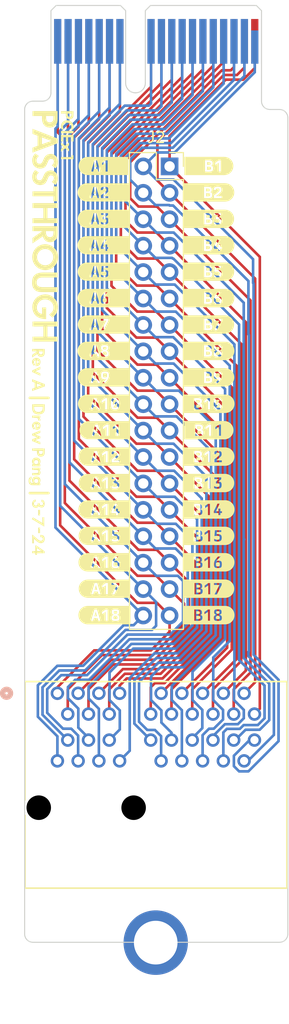
<source format=kicad_pcb>
(kicad_pcb (version 20221018) (generator pcbnew)
  (layers (0 "F.Cu" signal) (31 "B.Cu" signal) (34 "B.Paste" user) (35 "F.Paste" user) (36 "B.SilkS" user "B.Silkscreen") (37 "F.SilkS" user "F.Silkscreen") (38 "B.Mask" user) (39 "F.Mask" user) (44 "Edge.Cuts" user))
  (net 0 "")
  (net 1 "/a1")
  (net 2 "/a2")
  (net 3 "/a3")
  (net 4 "/a4")
  (net 5 "/a5")
  (net 6 "/a6")
  (net 7 "/a7")
  (net 8 "/a8")
  (net 9 "/a9")
  (net 10 "/a10")
  (net 11 "/a11")
  (net 12 "/a12")
  (net 13 "/a13")
  (net 14 "/a14")
  (net 15 "/a15")
  (net 16 "/a16")
  (net 17 "/a17")
  (net 18 "/a18")
  (net 19 "/b1")
  (net 20 "/b2")
  (net 21 "/b3")
  (net 22 "/b4")
  (net 23 "/b5")
  (net 24 "/b6")
  (net 25 "/b7")
  (net 26 "/b8")
  (net 27 "/b9")
  (net 28 "/b10")
  (net 29 "/b11")
  (net 30 "/b12")
  (net 31 "/b13")
  (net 32 "/b14")
  (net 33 "/b15")
  (net 34 "/b16")
  (net 35 "/b17")
  (net 36 "/b18")
  (footprint "kibuzzard-65E95D19" (layer "F.Cu") (at 149.665608 85.42561)
    (fp_text reference "kibuzzard-65E95D19" hide)
    (fp_text value "G***" hide)
  )
  (footprint "kibuzzard-65E963A3" (layer "F.Cu") (at 159.775608 67.645612)
    (fp_text reference "kibuzzard-65E963A3" hide)
    (fp_text value "G***" hide)
  )
  (footprint "kibuzzard-65E96303" (layer "F.Cu") (at 159.775607 90.50561)
    (fp_text reference "kibuzzard-65E96303" hide)
    (fp_text value "G***" hide)
  )
  (footprint "kibuzzard-65E95E93" (layer "F.Cu") (at 149.705607 90.505612)
    (fp_text reference "kibuzzard-65E95E93" hide)
    (fp_text value "G***" hide)
  )
  (footprint "kibuzzard-65E96314" (layer "F.Cu") (at 159.775608 98.125612)
    (fp_text reference "kibuzzard-65E96314" hide)
    (fp_text value "G***" hide)
  )
  (footprint "kibuzzard-65E95DF8" (layer "F.Cu") (at 149.605607 67.645612)
    (fp_text reference "kibuzzard-65E95DF8" hide)
    (fp_text value "G***" hide)
  )
  (footprint "kibuzzard-65E960EE" (layer "F.Cu") (at 146.114583 59.794165 -90)
    (fp_text reference "kibuzzard-65E960EE" hide)
    (fp_text value "G***" hide)
  )
  (footprint "kibuzzard-65E95DA8" (layer "F.Cu") (at 149.635608 82.885612)
    (fp_text reference "kibuzzard-65E95DA8" hide)
    (fp_text value "G***" hide)
  )
  (footprint "kibuzzard-65E95DEF" (layer "F.Cu") (at 149.605608 72.725612)
    (fp_text reference "kibuzzard-65E95DEF" hide)
    (fp_text value "G***" hide)
  )
  (footprint "kibuzzard-65E95F03" (layer "F.Cu") (at 143.985609 68.365613 -90)
    (fp_text reference "kibuzzard-65E95F03" hide)
    (fp_text value "G***" hide)
  )
  (footprint "kibuzzard-65E96100" (layer "F.Cu") (at 143.166979 90.052868 -90)
    (fp_text reference "kibuzzard-65E96100" hide)
    (fp_text value "G***" hide)
  )
  (footprint "kibuzzard-65E95DFB" (layer "F.Cu") (at 149.605607 65.10561)
    (fp_text reference "kibuzzard-65E95DFB" hide)
    (fp_text value "G***" hide)
  )
  (footprint "kibuzzard-65E95E97" (layer "F.Cu") (at 149.705609 93.045612)
    (fp_text reference "kibuzzard-65E95E97" hide)
    (fp_text value "G***" hide)
  )
  (footprint "kibuzzard-65E9636C" (layer "F.Cu") (at 159.775609 82.885612)
    (fp_text reference "kibuzzard-65E9636C" hide)
    (fp_text value "G***" hide)
  )
  (footprint "kibuzzard-65E96318" (layer "F.Cu") (at 159.775608 100.665612)
    (fp_text reference "kibuzzard-65E96318" hide)
    (fp_text value "G***" hide)
  )
  (footprint "kibuzzard-65E962FB" (layer "F.Cu") (at 159.775607 85.425612)
    (fp_text reference "kibuzzard-65E962FB" hide)
    (fp_text value "G***" hide)
  )
  (footprint "kibuzzard-65E95DDF" (layer "F.Cu") (at 149.605608 80.345611)
    (fp_text reference "kibuzzard-65E95DDF" hide)
    (fp_text value "G***" hide)
  )
  (footprint "kibuzzard-65E96396" (layer "F.Cu") (at 159.775608 75.265612)
    (fp_text reference "kibuzzard-65E96396" hide)
    (fp_text value "G***" hide)
  )
  (footprint "kibuzzard-65E95EAD" (layer "F.Cu") (at 149.70561 105.745613)
    (fp_text reference "kibuzzard-65E95EAD" hide)
    (fp_text value "G***" hide)
  )
  (footprint "kibuzzard-65E9638D" (layer "F.Cu") (at 159.775608 77.805612)
    (fp_text reference "kibuzzard-65E9638D" hide)
    (fp_text value "G***" hide)
  )
  (footprint "kibuzzard-65E96383" (layer "F.Cu") (at 159.775607 80.345611)
    (fp_text reference "kibuzzard-65E96383" hide)
    (fp_text value "G***" hide)
  )
  (footprint "kibuzzard-65E95DE4" (layer "F.Cu") (at 149.605607 77.805611)
    (fp_text reference "kibuzzard-65E95DE4" hide)
    (fp_text value "G***" hide)
  )
  (footprint "kibuzzard-65E95E9E" (layer "F.Cu") (at 149.705608 98.125612)
    (fp_text reference "kibuzzard-65E95E9E" hide)
    (fp_text value "G***" hide)
  )
  (footprint "kibuzzard-65E95DEB" (layer "F.Cu") (at 149.605606 75.265611)
    (fp_text reference "kibuzzard-65E95DEB" hide)
    (fp_text value "G***" hide)
  )
  (footprint "kibuzzard-65E963A9" (layer "F.Cu") (at 159.775608 65.105612)
    (fp_text reference "kibuzzard-65E963A9" hide)
    (fp_text value "G***" hide)
  )
  (footprint "kibuzzard-65E9630A" (layer "F.Cu") (at 159.775609 93.045612)
    (fp_text reference "kibuzzard-65E9630A" hide)
    (fp_text value "G***" hide)
  )
  (footprint "kibuzzard-65E95EA2" (layer "F.Cu") (at 149.705608 100.665612)
    (fp_text reference "kibuzzard-65E95EA2" hide)
    (fp_text value "G***" hide)
  )
  (footprint "Connector_PCBEdge:BUS_PCIexpress_x1" (layer "F.Cu") (at 164.19811 50.582112 180)
    (fp_text reference "J3" hide)
    (fp_text value "pcie_x1_connector")
    (fp_line (start -0.65 -4.95) (end -0.65 2.95) (stroke (width 0.1)) (layer "Edge.Cuts"))
    (fp_line (start -0.65 2.95) (end -0.15 3.45) (stroke (width 0.1)) (layer "Edge.Cuts"))
    (fp_line (start -0.15 3.45) (end 10.05 3.45) (stroke (width 0.1)) (layer "Edge.Cuts"))
    (fp_line (start 10.55 -4) (end 10.55 2.95) (stroke (width 0.1)) (layer "Edge.Cuts"))
    (fp_line (start 10.55 2.95) (end 10.05 3.45) (stroke (width 0.1)) (layer "Edge.Cuts"))
    (fp_line (start 12.45 -4) (end 12.45 2.95) (stroke (width 0.1)) (layer "Edge.Cuts"))
    (fp_line (start 12.45 2.95) (end 12.95 3.45) (stroke (width 0.1)) (layer "Edge.Cuts"))
    (fp_line (start 12.95 3.45) (end 19.15 3.45) (stroke (width 0.1)) (layer "Edge.Cuts"))
    (fp_line (start 19.65 -4.95) (end 19.65 2.95) (stroke (width 0.1)) (layer "Edge.Cuts"))
    (fp_line (start 19.65 2.95) (end 19.15 3.45) (stroke (width 0.1)) (layer "Edge.Cuts"))
    (fp_arc (start 10.55 -4) (mid 11.5 -4.95) (end 12.45 -4) (stroke (width 0.1)) (layer "Edge.Cuts"))
  )
  (footprint "kibuzzard-65E96322" (layer "F.Cu") (at 159.775607 103.205611)
    (fp_text reference "kibuzzard-65E96322" hide)
    (fp_text value "G***" hide)
  )
  (footprint "kibuzzard-65E96310" (layer "F.Cu") (at 159.77561 95.585612)
    (fp_text reference "kibuzzard-65E96310" hide)
    (fp_text value "G***" hide)
  )
  (footprint "kibuzzard-65E95DF3" (layer "F.Cu") (at 149.605608 70.185611)
    (fp_text reference "kibuzzard-65E95DF3" hide)
    (fp_text value "G***" hide)
  )
  (footprint "kibuzzard-65E95E9B" (layer "F.Cu") (at 149.70561 95.585612)
    (fp_text reference "kibuzzard-65E95E9B" hide)
    (fp_text value "G***" hide)
  )
  (footprint "kibuzzard-65E9639F" (layer "F.Cu") (at 159.775609 70.185612)
    (fp_text reference "kibuzzard-65E9639F" hide)
    (fp_text value "G***" hide)
  )
  (footprint "kibuzzard-65E95EA8" (layer "F.Cu") (at 149.705607 103.205611)
    (fp_text reference "kibuzzard-65E95EA8" hide)
    (fp_text value "G***" hide)
  )
  (footprint "kibuzzard-65E9633C" (layer "F.Cu") (at 159.77561 105.745613)
    (fp_text reference "kibuzzard-65E9633C" hide)
    (fp_text value "G***" hide)
  )
  (footprint "kibuzzard-65E962FE" (layer "F.Cu") (at 159.775608 87.965612)
    (fp_text reference "kibuzzard-65E962FE" hide)
    (fp_text value "G***" hide)
  )
  (footprint "Connector_PinSocket_2.54mm:PinSocket_2x18_P2.54mm_Vertical" (layer "F.Cu") (at 155.985608 62.605611)
    (fp_text reference "J2")
    (fp_text value "Conn_02x18_Top_Bottom")
  )
  (footprint "footprints:pcie_x1_socket" (layer "F.Cu") (at 145.168907 113.25911)
    (fp_text reference "J1" hide)
    (fp_text value "pcie_x1_connector")
  )
  (footprint "footprints:M.2_ScrewMount" (layer "F.Cu") (at 154.648108 137.232112 180)
    (fp_text reference "REF**" hide)
    (fp_text value "M.2_ScrewMount")
  )
  (footprint "kibuzzard-65E9639B" (layer "F.Cu") (at 159.77561 72.725612)
    (fp_text reference "kibuzzard-65E9639B" hide)
    (fp_text value "G***" hide)
  )
  (footprint "kibuzzard-65E963AE" (layer "F.Cu") (at 159.775607 62.565612)
    (fp_text reference "kibuzzard-65E963AE" hide)
    (fp_text value "G***" hide)
  )
  (footprint "kibuzzard-65E95E04" (layer "F.Cu") (at 149.605607 62.56561)
    (fp_text reference "kibuzzard-65E95E04" hide)
    (fp_text value "G***" hide)
  )
  (footprint "kibuzzard-65E95E8F" (layer "F.Cu") (at 149.705608 87.965612)
    (fp_text reference "kibuzzard-65E95E8F" hide)
    (fp_text value "G***" hide)
  )
  (gr_arc (start 142.010608 57.13211) (mid 142.244924 56.566426) (end 142.810609 56.332112) (stroke (width 0.1)) (layer "Edge.Cuts"))
  (gr_line (start 164.848108 56.332112) (end 164.84811 55.532112) (stroke (width 0.1)) (layer "Edge.Cuts"))
  (gr_line (start 167.385608 57.932111) (end 167.385609 135.399112) (stroke (width 0.1)) (layer "Edge.Cuts"))
  (gr_arc (start 144.548108 55.532112) (mid 144.313793 56.097798) (end 143.748108 56.332112) (stroke (width 0.1)) (layer "Edge.Cuts"))
  (gr_line (start 165.648107 57.132112) (end 166.58561 57.132113) (stroke (width 0.1)) (layer "Edge.Cuts"))
  (gr_line (start 167.385607 136.39911) (end 167.385609 135.399112) (stroke (width 0.1)) (layer "Edge.Cuts"))
  (gr_arc (start 167.385607 136.39911) (mid 167.151293 136.964797) (end 166.585607 137.199112) (stroke (width 0.1)) (layer "Edge.Cuts"))
  (gr_line (start 142.010607 135.399113) (end 142.010608 57.13211) (stroke (width 0.1)) (layer "Edge.Cuts"))
  (gr_arc (start 165.648107 57.132112) (mid 165.082421 56.897797) (end 164.848108 56.332112) (stroke (width 0.1)) (layer "Edge.Cuts"))
  (gr_arc (start 166.58561 57.132113) (mid 167.151293 57.366428) (end 167.385608 57.932111) (stroke (width 0.1)) (layer "Edge.Cuts"))
  (gr_arc (start 142.810609 137.199112) (mid 142.244923 136.964797) (end 142.010607 136.399111) (stroke (width 0.1)) (layer "Edge.Cuts"))
  (gr_line (start 142.010607 136.399111) (end 142.010607 135.399113) (stroke (width 0.1)) (layer "Edge.Cuts"))
  (gr_line (start 166.585607 137.199112) (end 142.810609 137.199112) (stroke (width 0.1)) (layer "Edge.Cuts"))
  (gr_line (start 143.748108 56.332112) (end 142.810609 56.332112) (stroke (width 0.1)) (layer "Edge.Cuts"))
  (gr_text "|" (at 142.766978 93.252869 -90) (layer "F.SilkS") (effects (font (size 1.25 1.25) (thickness 0.25) bold) (justify left bottom)))
  (gr_text "|" (at 142.766978 84.102869 -90) (layer "F.SilkS") (effects (font (size 1.25 1.25) (thickness 0.25) bold) (justify left bottom)))
  (segment (start 164.035609 71.533911) (end 164.035609 73.810306) (width 0.25) (layer "B.Cu") (net 1))
  (segment (start 166.49161 111.962425) (end 166.491609 117.85961) (width 0.25) (layer "B.Cu") (net 1))
  (segment (start 164.035609 73.810306) (end 164.08561 73.860307) (width 0.25) (layer "B.Cu") (net 1))
  (segment (start 162.185608 119.265611) (end 163.692109 117.759111) (width 0.25) (layer "B.Cu") (net 1))
  (segment (start 156.367311 63.865613) (end 164.035609 71.533911) (width 0.25) (layer "B.Cu") (net 1))
  (segment (start 162.185608 120.265611) (end 162.185608 119.265611) (width 0.25) (layer "B.Cu") (net 1))
  (segment (start 163.692109 117.759111) (end 164.16891 117.759111) (width 0.25) (layer "B.Cu") (net 1))
  (segment (start 166.491609 117.85961) (end 163.585608 120.765611) (width 0.25) (layer "B.Cu") (net 1))
  (segment (start 164.19811 51.132111) (end 164.198109 53.553111) (width 0.25) (layer "B.Cu") (net 1))
  (segment (start 153.445609 62.605612) (end 154.705609 63.865612) (width 0.25) (layer "B.Cu") (net 1))
  (segment (start 154.705609 63.865612) (end 156.367311 63.865613) (width 0.25) (layer "B.Cu") (net 1))
  (segment (start 163.585608 120.765611) (end 162.685609 120.765612) (width 0.25) (layer "B.Cu") (net 1))
  (segment (start 154.785609 61.265612) (end 153.445609 62.605612) (width 0.25) (layer "B.Cu") (net 1))
  (segment (start 164.198109 53.553111) (end 156.485608 61.265612) (width 0.25) (layer "B.Cu") (net 1))
  (segment (start 156.485608 61.265612) (end 154.785609 61.265612) (width 0.25) (layer "B.Cu") (net 1))
  (segment (start 164.08561 73.860307) (end 164.085608 109.556424) (width 0.25) (layer "B.Cu") (net 1))
  (segment (start 164.085608 109.556424) (end 166.49161 111.962425) (width 0.25) (layer "B.Cu") (net 1))
  (segment (start 162.685609 120.765612) (end 162.185608 120.265611) (width 0.25) (layer "B.Cu") (net 1))
  (segment (start 166.041609 112.148821) (end 166.041608 117.262017) (width 0.25) (layer "B.Cu") (net 2))
  (segment (start 153.335607 60.815611) (end 152.185606 61.965612) (width 0.25) (layer "B.Cu") (net 2))
  (segment (start 163.63561 109.215613) (end 163.585608 109.265611) (width 0.25) (layer "B.Cu") (net 2))
  (segment (start 163.585608 78.765611) (end 163.635609 78.815612) (width 0.25) (layer "B.Cu") (net 2))
  (segment (start 163.585608 73.623911) (end 163.585608 78.765611) (width 0.25) (layer "B.Cu") (net 2))
  (segment (start 156.327309 66.365612) (end 163.585608 73.623911) (width 0.25) (layer "B.Cu") (net 2))
  (segment (start 155.985608 66.365612) (end 156.327309 66.365612) (width 0.25) (layer "B.Cu") (net 2))
  (segment (start 163.585608 109.265611) (end 163.585609 109.69282) (width 0.25) (layer "B.Cu") (net 2))
  (segment (start 152.185606 61.965612) (end 152.185607 63.885612) (width 0.25) (layer "B.Cu") (net 2))
  (segment (start 154.620607 66.320612) (end 155.940608 66.320612) (width 0.25) (layer "B.Cu") (net 2))
  (segment (start 163.198109 53.916715) (end 156.299212 60.815612) (width 0.25) (layer "B.Cu") (net 2))
  (segment (start 166.041608 117.262017) (end 163.544516 119.759109) (width 0.25) (layer "B.Cu") (net 2))
  (segment (start 163.585609 109.69282) (end 166.041609 112.148821) (width 0.25) (layer "B.Cu") (net 2))
  (segment (start 152.185607 63.885612) (end 153.445607 65.145612) (width 0.25) (layer "B.Cu") (net 2))
  (segment (start 163.544516 119.759109) (end 163.168908 119.759109) (width 0.25) (layer "B.Cu") (net 2))
  (segment (start 155.940608 66.320612) (end 155.985608 66.365612) (width 0.25) (layer "B.Cu") (net 2))
  (segment (start 156.299212 60.815612) (end 153.335607 60.815611) (width 0.25) (layer "B.Cu") (net 2))
  (segment (start 163.198111 50.582112) (end 163.198109 53.916715) (width 0.25) (layer "B.Cu") (net 2))
  (segment (start 163.635609 78.815612) (end 163.63561 109.215613) (width 0.25) (layer "B.Cu") (net 2))
  (segment (start 153.445607 65.145612) (end 154.620607 66.320612) (width 0.25) (layer "B.Cu") (net 2))
  (segment (start 163.185607 98.465612) (end 163.135608 98.515611) (width 0.25) (layer "B.Cu") (net 3))
  (segment (start 163.135608 98.515611) (end 163.135608 109.879216) (width 0.25) (layer "B.Cu") (net 3))
  (segment (start 163.135608 75.713911) (end 163.135608 98.415612) (width 0.25) (layer "B.Cu") (net 3))
  (segment (start 162.19811 54.280318) (end 156.112817 60.365611) (width 0.25) (layer "B.Cu") (net 3))
  (segment (start 163.135608 109.879216) (end 165.591609 112.335217) (width 0.25) (layer "B.Cu") (net 3))
  (segment (start 156.38731 68.965612) (end 163.135608 75.713911) (width 0.25) (layer "B.Cu") (net 3))
  (segment (start 151.735608 61.779216) (end 151.735608 65.975611) (width 0.25) (layer "B.Cu") (net 3))
  (segment (start 151.735608 65.975611) (end 153.445608 67.685612) (width 0.25) (layer "B.Cu") (net 3))
  (segment (start 163.310804 116.765612) (end 162.317307 117.759111) (width 0.25) (layer "B.Cu") (net 3))
  (segment (start 164.67441 116.765612) (end 163.310804 116.765612) (width 0.25) (layer "B.Cu") (net 3))
  (segment (start 156.112817 60.365611) (end 153.149212 60.365611) (width 0.25) (layer "B.Cu") (net 3))
  (segment (start 153.445608 67.685612) (end 154.725608 68.965612) (width 0.25) (layer "B.Cu") (net 3))
  (segment (start 153.149212 60.365611) (end 151.735608 61.779216) (width 0.25) (layer "B.Cu") (net 3))
  (segment (start 162.317307 117.759111) (end 162.168908 117.759111) (width 0.25) (layer "B.Cu") (net 3))
  (segment (start 165.591609 112.335217) (end 165.591611 115.848413) (width 0.25) (layer "B.Cu") (net 3))
  (segment (start 162.198109 50.582112) (end 162.19811 54.280318) (width 0.25) (layer "B.Cu") (net 3))
  (segment (start 165.591611 115.848413) (end 164.67441 116.765612) (width 0.25) (layer "B.Cu") (net 3))
  (segment (start 154.725608 68.965612) (end 156.38731 68.965612) (width 0.25) (layer "B.Cu") (net 3))
  (segment (start 163.135608 98.415612) (end 163.185607 98.465612) (width 0.25) (layer "B.Cu") (net 3))
  (segment (start 162.685608 110.065612) (end 165.141609 112.521613) (width 0.25) (layer "B.Cu") (net 4))
  (segment (start 161.198109 50.582112) (end 161.198108 54.643921) (width 0.25) (layer "B.Cu") (net 4))
  (segment (start 161.505805 116.681809) (end 161.168906 117.018708) (width 0.25) (layer "B.Cu") (net 4))
  (segment (start 155.926419 59.91561) (end 152.962816 59.915612) (width 0.25) (layer "B.Cu") (net 4))
  (segment (start 162.758209 116.68181) (end 161.505805 116.681809) (width 0.25) (layer "B.Cu") (net 4))
  (segment (start 152.962816 59.915612) (end 151.285608 61.592819) (width 0.25) (layer "B.Cu") (net 4))
  (segment (start 154.620608 71.400612) (end 156.220608 71.400612) (width 0.25) (layer "B.Cu") (net 4))
  (segment (start 161.168906 117.018708) (end 161.168908 119.75911) (width 0.25) (layer "B.Cu") (net 4))
  (segment (start 163.124407 116.315612) (end 162.758209 116.68181) (width 0.25) (layer "B.Cu") (net 4))
  (segment (start 165.141609 112.521613) (end 165.141608 115.662017) (width 0.25) (layer "B.Cu") (net 4))
  (segment (start 156.285608 71.465611) (end 156.347309 71.465612) (width 0.25) (layer "B.Cu") (net 4))
  (segment (start 162.685607 77.803911) (end 162.685608 110.065612) (width 0.25) (layer "B.Cu") (net 4))
  (segment (start 164.488015 116.31561) (end 163.124407 116.315612) (width 0.25) (layer "B.Cu") (net 4))
  (segment (start 156.347309 71.465612) (end 162.685607 77.803911) (width 0.25) (layer "B.Cu") (net 4))
  (segment (start 151.285608 61.592819) (end 151.285608 68.065611) (width 0.25) (layer "B.Cu") (net 4))
  (segment (start 153.445608 70.225612) (end 154.620608 71.400612) (width 0.25) (layer "B.Cu") (net 4))
  (segment (start 151.285608 68.065611) (end 153.445608 70.225612) (width 0.25) (layer "B.Cu") (net 4))
  (segment (start 156.220608 71.400612) (end 156.285608 71.465611) (width 0.25) (layer "B.Cu") (net 4))
  (segment (start 165.141608 115.662017) (end 164.488015 116.31561) (width 0.25) (layer "B.Cu") (net 4))
  (segment (start 161.198108 54.643921) (end 155.926419 59.91561) (width 0.25) (layer "B.Cu") (net 4))
  (segment (start 156.485608 73.965612) (end 162.235608 79.715612) (width 0.25) (layer "B.Cu") (net 5))
  (segment (start 162.196207 112.856203) (end 162.19621 113.910806) (width 0.25) (layer "B.Cu") (net 5))
  (segment (start 163.141609 114.856205) (end 163.141606 115.662017) (width 0.25) (layer "B.Cu") (net 5))
  (segment (start 162.19621 113.910806) (end 163.141609 114.856205) (width 0.25) (layer "B.Cu") (net 5))
  (segment (start 161.31941 116.231811) (end 160.168907 117.382314) (width 0.25) (layer "B.Cu") (net 5))
  (segment (start 154.64561 73.965613) (end 156.485608 73.965612) (width 0.25) (layer "B.Cu") (net 5))
  (segment (start 153.445607 72.765611) (end 154.64561 73.965613) (width 0.25) (layer "B.Cu") (net 5))
  (segment (start 150.835608 70.155611) (end 153.445607 72.765611) (width 0.25) (layer "B.Cu") (net 5))
  (segment (start 155.740023 59.46561) (end 152.776421 59.46561) (width 0.25) (layer "B.Cu") (net 5))
  (segment (start 150.835608 61.406423) (end 150.835608 70.155611) (width 0.25) (layer "B.Cu") (net 5))
  (segment (start 160.198109 55.007527) (end 155.740023 59.46561) (width 0.25) (layer "B.Cu") (net 5))
  (segment (start 163.141606 115.662017) (end 162.571813 116.23181) (width 0.25) (layer "B.Cu") (net 5))
  (segment (start 162.235607 112.816803) (end 162.196207 112.856203) (width 0.25) (layer "B.Cu") (net 5))
  (segment (start 152.776421 59.46561) (end 150.835608 61.406423) (width 0.25) (layer "B.Cu") (net 5))
  (segment (start 162.571813 116.23181) (end 161.31941 116.231811) (width 0.25) (layer "B.Cu") (net 5))
  (segment (start 160.19811 50.582112) (end 160.198109 55.007527) (width 0.25) (layer "B.Cu") (net 5))
  (segment (start 162.235608 79.715612) (end 162.235607 112.816803) (width 0.25) (layer "B.Cu") (net 5))
  (segment (start 160.168907 117.382314) (end 160.168905 117.759111) (width 0.25) (layer "B.Cu") (net 5))
  (segment (start 159.198108 55.37113) (end 155.553629 59.015612) (width 0.25) (layer "B.Cu") (net 6))
  (segment (start 154.705607 76.565612) (end 156.585609 76.565612) (width 0.25) (layer "B.Cu") (net 6))
  (segment (start 161.785609 108.229572) (end 160.196208 109.818973) (width 0.25) (layer "B.Cu") (net 6))
  (segment (start 160.196208 109.818973) (end 160.196208 113.910806) (width 0.25) (layer "B.Cu") (net 6))
  (segment (start 161.133012 115.78181) (end 160.249213 116.665612) (width 0.25) (layer "B.Cu") (net 6))
  (segment (start 160.196208 113.910806) (end 161.141607 114.856205) (width 0.25) (layer "B.Cu") (net 6))
  (segment (start 155.553629 59.015612) (end 152.590023 59.015612) (width 0.25) (layer "B.Cu") (net 6))
  (segment (start 159.198107 50.582112) (end 159.198108 55.37113) (width 0.25) (layer "B.Cu") (net 6))
  (segment (start 150.385607 61.220028) (end 150.385608 72.245612) (width 0.25) (layer "B.Cu") (net 6))
  (segment (start 153.445607 75.305612) (end 154.705607 76.565612) (width 0.25) (layer "B.Cu") (net 6))
  (segment (start 161.785608 81.765612) (end 161.785609 108.229572) (width 0.25) (layer "B.Cu") (net 6))
  (segment (start 161.141607 114.856205) (end 161.141606 115.78181) (width 0.25) (layer "B.Cu") (net 6))
  (segment (start 152.590023 59.015612) (end 150.385607 61.220028) (width 0.25) (layer "B.Cu") (net 6))
  (segment (start 156.585609 76.565612) (end 161.785608 81.765612) (width 0.25) (layer "B.Cu") (net 6))
  (segment (start 159.785608 116.665612) (end 159.168908 117.282312) (width 0.25) (layer "B.Cu") (net 6))
  (segment (start 161.141606 115.78181) (end 161.133012 115.78181) (width 0.25) (layer "B.Cu") (net 6))
  (segment (start 150.385608 72.245612) (end 153.445607 75.305612) (width 0.25) (layer "B.Cu") (net 6))
  (segment (start 159.168908 117.282312) (end 159.168908 119.759109) (width 0.25) (layer "B.Cu") (net 6))
  (segment (start 160.249213 116.665612) (end 159.785608 116.665612) (width 0.25) (layer "B.Cu") (net 6))
  (segment (start 161.335607 108.043176) (end 158.196207 111.182576) (width 0.25) (layer "B.Cu") (net 7))
  (segment (start 153.445608 77.845611) (end 154.620608 79.020611) (width 0.25) (layer "B.Cu") (net 7))
  (segment (start 152.403628 58.565612) (end 149.935609 61.033632) (width 0.25) (layer "B.Cu") (net 7))
  (segment (start 149.935608 74.335612) (end 153.445608 77.845611) (width 0.25) (layer "B.Cu") (net 7))
  (segment (start 158.168907 117.582311) (end 158.168908 117.759111) (width 0.25) (layer "B.Cu") (net 7))
  (segment (start 159.141609 116.609612) (end 158.168907 117.582311) (width 0.25) (layer "B.Cu") (net 7))
  (segment (start 161.335607 84.01561) (end 161.335607 108.043176) (width 0.25) (layer "B.Cu") (net 7))
  (segment (start 156.340607 79.020611) (end 161.335607 84.01561) (width 0.25) (layer "B.Cu") (net 7))
  (segment (start 159.141609 114.856205) (end 159.141609 116.609612) (width 0.25) (layer "B.Cu") (net 7))
  (segment (start 158.198108 55.734735) (end 155.367233 58.565612) (width 0.25) (layer "B.Cu") (net 7))
  (segment (start 155.367233 58.565612) (end 152.403628 58.565612) (width 0.25) (layer "B.Cu") (net 7))
  (segment (start 154.620608 79.020611) (end 156.340607 79.020611) (width 0.25) (layer "B.Cu") (net 7))
  (segment (start 158.196207 111.182576) (end 158.196208 113.910804) (width 0.25) (layer "B.Cu") (net 7))
  (segment (start 158.196208 113.910804) (end 159.141609 114.856205) (width 0.25) (layer "B.Cu") (net 7))
  (segment (start 149.935609 61.033632) (end 149.935608 74.335612) (width 0.25) (layer "B.Cu") (net 7))
  (segment (start 158.198111 50.582112) (end 158.198108 55.734735) (width 0.25) (layer "B.Cu") (net 7))
  (segment (start 149.485607 76.425612) (end 153.445608 80.385613) (width 0.25) (layer "B.Cu") (net 8))
  (segment (start 149.485608 60.847236) (end 149.485607 76.425612) (width 0.25) (layer "B.Cu") (net 8))
  (segment (start 156.196206 113.910804) (end 157.168907 114.883505) (width 0.25) (layer "B.Cu") (net 8))
  (segment (start 157.198109 56.098339) (end 155.180837 58.115612) (width 0.25) (layer "B.Cu") (net 8))
  (segment (start 160.885607 107.856779) (end 156.196207 112.54618) (width 0.25) (layer "B.Cu") (net 8))
  (segment (start 157.198109 50.582112) (end 157.198109 56.098339) (width 0.25) (layer "B.Cu") (net 8))
  (segment (start 152.217232 58.115613) (end 149.485608 60.847236) (width 0.25) (layer "B.Cu") (net 8))
  (segment (start 156.196207 112.54618) (end 156.196206 113.910804) (width 0.25) (layer "B.Cu") (net 8))
  (segment (start 157.544515 119.759108) (end 157.168907 119.759108) (width 0.25) (layer "B.Cu") (net 8))
  (segment (start 156.380608 81.560613) (end 160.885608 86.065612) (width 0.25) (layer "B.Cu") (net 8))
  (segment (start 153.445608 80.385613) (end 154.620608 81.560613) (width 0.25) (layer "B.Cu") (net 8))
  (segment (start 154.620608 81.560613) (end 156.380608 81.560613) (width 0.25) (layer "B.Cu") (net 8))
  (segment (start 157.168907 114.883505) (end 157.168907 119.759108) (width 0.25) (layer "B.Cu") (net 8))
  (segment (start 155.180837 58.115612) (end 152.217232 58.115613) (width 0.25) (layer "B.Cu") (net 8))
  (segment (start 160.885608 86.065612) (end 160.885607 107.856779) (width 0.25) (layer "B.Cu") (net 8))
  (segment (start 154.994441 57.665612) (end 152.030836 57.665612) (width 0.25) (layer "B.Cu") (net 9))
  (segment (start 160.435608 107.670383) (end 157.340381 110.765612) (width 0.25) (layer "B.Cu") (net 9))
  (segment (start 156.19811 56.461943) (end 154.994441 57.665612) (width 0.25) (layer "B.Cu") (net 9))
  (segment (start 154.196206 113.910802) (end 155.196207 114.910803) (width 0.25) (layer "B.Cu") (net 9))
  (segment (start 156.885608 84.165611) (end 160.435608 87.715612) (width 0.25) (layer "B.Cu") (net 9))
  (segment (start 154.685608 84.165612) (end 156.885608 84.165611) (width 0.25) (layer "B.Cu") (net 9))
  (segment (start 155.196207 116.076211) (end 156.168908 117.048911) (width 0.25) (layer "B.Cu") (net 9))
  (segment (start 149.035607 78.515611) (end 153.445607 82.92561) (width 0.25) (layer "B.Cu") (net 9))
  (segment (start 154.196206 111.655014) (end 154.196206 113.910802) (width 0.25) (layer "B.Cu") (net 9))
  (segment (start 155.196207 114.910803) (end 155.196207 116.076211) (width 0.25) (layer "B.Cu") (net 9))
  (segment (start 155.085608 110.765612) (end 154.196206 111.655014) (width 0.25) (layer "B.Cu") (net 9))
  (segment (start 152.030836 57.665612) (end 149.035608 60.66084) (width 0.25) (layer "B.Cu") (net 9))
  (segment (start 153.445607 82.92561) (end 154.685608 84.165612) (width 0.25) (layer "B.Cu") (net 9))
  (segment (start 157.340381 110.765612) (end 155.085608 110.765612) (width 0.25) (layer "B.Cu") (net 9))
  (segment (start 156.168908 117.048911) (end 156.168908 117.759111) (width 0.25) (layer "B.Cu") (net 9))
  (segment (start 149.035608 60.66084) (end 149.035607 78.515611) (width 0.25) (layer "B.Cu") (net 9))
  (segment (start 160.435608 87.715612) (end 160.435608 107.670383) (width 0.25) (layer "B.Cu") (net 9))
  (segment (start 156.198109 50.582112) (end 156.19811 56.461943) (width 0.25) (layer "B.Cu") (net 9))
  (segment (start 153.832603 116.78641) (end 154.571814 116.78641) (width 0.25) (layer "B.Cu") (net 10))
  (segment (start 148.585609 80.605612) (end 153.445609 85.465612) (width 0.25) (layer "B.Cu") (net 10))
  (segment (start 159.985609 89.965613) (end 159.985608 107.483987) (width 0.25) (layer "B.Cu") (net 10))
  (segment (start 154.808044 57.215611) (end 151.84444 57.215612) (width 0.25) (layer "B.Cu") (net 10))
  (segment (start 159.985608 107.483987) (end 157.153984 110.315611) (width 0.25) (layer "B.Cu") (net 10))
  (segment (start 148.585608 60.474444) (end 148.585609 80.605612) (width 0.25) (layer "B.Cu") (net 10))
  (segment (start 153.445609 85.465612) (end 154.620607 86.64061) (width 0.25) (layer "B.Cu") (net 10))
  (segment (start 156.660608 86.640612) (end 159.985609 89.965613) (width 0.25) (layer "B.Cu") (net 10))
  (segment (start 155.19811 50.582112) (end 155.198109 56.825546) (width 0.25) (layer "B.Cu") (net 10))
  (segment (start 154.620607 86.64061) (end 156.660608 86.640612) (width 0.25) (layer "B.Cu") (net 10))
  (segment (start 154.899212 110.315612) (end 153.041609 112.173215) (width 0.25) (layer "B.Cu") (net 10))
  (segment (start 153.041609 112.173215) (end 153.041609 115.995415) (width 0.25) (layer "B.Cu") (net 10))
  (segment (start 157.153984 110.315611) (end 154.899212 110.315612) (width 0.25) (layer "B.Cu") (net 10))
  (segment (start 155.198109 56.825546) (end 154.808044 57.215611) (width 0.25) (layer "B.Cu") (net 10))
  (segment (start 151.84444 57.215612) (end 148.585608 60.474444) (width 0.25) (layer "B.Cu") (net 10))
  (segment (start 153.041609 115.995415) (end 153.832603 116.78641) (width 0.25) (layer "B.Cu") (net 10))
  (segment (start 155.168906 117.383501) (end 155.168906 119.75911) (width 0.25) (layer "B.Cu") (net 10))
  (segment (start 154.571814 116.78641) (end 155.168906 117.383501) (width 0.25) (layer "B.Cu") (net 10))
  (segment (start 154.712817 109.865613) (end 152.591609 111.986821) (width 0.25) (layer "B.Cu") (net 11))
  (segment (start 153.985609 56.765612) (end 151.658045 56.765611) (width 0.25) (layer "B.Cu") (net 11))
  (segment (start 152.591608 116.181811) (end 154.168908 117.759111) (width 0.25) (layer "B.Cu") (net 11))
  (segment (start 159.535608 92.433911) (end 159.535608 107.297592) (width 0.25) (layer "B.Cu") (net 11))
  (segment (start 159.535608 107.297592) (end 156.967588 109.865613) (width 0.25) (layer "B.Cu") (net 11))
  (segment (start 154.198111 50.582112) (end 154.19811 56.553111) (width 0.25) (layer "B.Cu") (net 11))
  (segment (start 154.705608 89.265612) (end 156.367309 89.265612) (width 0.25) (layer "B.Cu") (net 11))
  (segment (start 156.967588 109.865613) (end 154.712817 109.865613) (width 0.25) (layer "B.Cu") (net 11))
  (segment (start 151.658045 56.765611) (end 148.135607 60.288046) (width 0.25) (layer "B.Cu") (net 11))
  (segment (start 154.19811 56.553111) (end 153.985609 56.765612) (width 0.25) (layer "B.Cu") (net 11))
  (segment (start 148.135607 82.695611) (end 153.445607 88.005611) (width 0.25) (layer "B.Cu") (net 11))
  (segment (start 148.135607 60.288046) (end 148.135607 82.695611) (width 0.25) (layer "B.Cu") (net 11))
  (segment (start 153.445607 88.005611) (end 154.705608 89.265612) (width 0.25) (layer "B.Cu") (net 11))
  (segment (start 156.367309 89.265612) (end 159.535608 92.433911) (width 0.25) (layer "B.Cu") (net 11))
  (segment (start 152.591609 111.986821) (end 152.591608 116.181811) (width 0.25) (layer "B.Cu") (net 11))
  (segment (start 147.685608 60.101651) (end 147.685608 84.785611) (width 0.25) (layer "B.Cu") (net 12))
  (segment (start 151.198109 50.582112) (end 151.19811 56.589151) (width 0.25) (layer "B.Cu") (net 12))
  (segment (start 151.19811 56.589151) (end 147.685608 60.101651) (width 0.25) (layer "B.Cu") (net 12))
  (segment (start 156.427309 91.865612) (end 159.085609 94.523911) (width 0.25) (layer "B.Cu") (net 12))
  (segment (start 153.445608 90.545612) (end 154.765608 91.865611) (width 0.25) (layer "B.Cu") (net 12))
  (segment (start 159.085608 107.111195) (end 156.781192 109.415612) (width 0.25) (layer "B.Cu") (net 12))
  (segment (start 156.781192 109.415612) (end 154.526419 109.415611) (width 0.25) (layer "B.Cu") (net 12))
  (segment (start 152.141609 111.800424) (end 152.141608 118.786408) (width 0.25) (layer "B.Cu") (net 12))
  (segment (start 152.141608 118.786408) (end 151.168909 119.75911) (width 0.25) (layer "B.Cu") (net 12))
  (segment (start 154.526419 109.415611) (end 152.141609 111.800424) (width 0.25) (layer "B.Cu") (net 12))
  (segment (start 147.685608 84.785611) (end 153.445608 90.545612) (width 0.25) (layer "B.Cu") (net 12))
  (segment (start 159.085609 94.523911) (end 159.085608 107.111195) (width 0.25) (layer "B.Cu") (net 12))
  (segment (start 154.765608 91.865611) (end 156.427309 91.865612) (width 0.25) (layer "B.Cu") (net 12))
  (segment (start 152.485607 108.965611) (end 150.196209 111.255012) (width 0.25) (layer "B.Cu") (net 13))
  (segment (start 151.185608 114.900206) (end 151.185608 116.74241) (width 0.25) (layer "B.Cu") (net 13))
  (segment (start 147.235609 59.915257) (end 147.235608 86.875613) (width 0.25) (layer "B.Cu") (net 13))
  (segment (start 150.196208 113.910806) (end 151.185608 114.900206) (width 0.25) (layer "B.Cu") (net 13))
  (segment (start 156.594796 108.965612) (end 152.485607 108.965611) (width 0.25) (layer "B.Cu") (net 13))
  (segment (start 153.445607 93.08561) (end 154.725609 94.365612) (width 0.25) (layer "B.Cu") (net 13))
  (segment (start 150.198109 56.952754) (end 147.235609 59.915257) (width 0.25) (layer "B.Cu") (net 13))
  (segment (start 154.725609 94.365612) (end 156.485607 94.365611) (width 0.25) (layer "B.Cu") (net 13))
  (segment (start 150.196209 111.255012) (end 150.196208 113.910806) (width 0.25) (layer "B.Cu") (net 13))
  (segment (start 151.185608 116.74241) (end 150.168907 117.759111) (width 0.25) (layer "B.Cu") (net 13))
  (segment (start 158.635608 106.9248) (end 156.594796 108.965612) (width 0.25) (layer "B.Cu") (net 13))
  (segment (start 158.635609 96.515613) (end 158.635608 106.9248) (width 0.25) (layer "B.Cu") (net 13))
  (segment (start 147.235608 86.875613) (end 153.445607 93.08561) (width 0.25) (layer "B.Cu") (net 13))
  (segment (start 150.198109 50.582112) (end 150.198109 56.952754) (width 0.25) (layer "B.Cu") (net 13))
  (segment (start 156.485607 94.365611) (end 158.635609 96.515613) (width 0.25) (layer "B.Cu") (net 13))
  (segment (start 149.198108 57.316358) (end 146.785609 59.72886) (width 0.25) (layer "B.Cu") (net 14))
  (segment (start 154.785609 96.965612) (end 156.585608 96.965611) (width 0.25) (layer "B.Cu") (net 14))
  (segment (start 149.168906 114.74891) (end 149.168907 119.75911) (width 0.25) (layer "B.Cu") (net 14))
  (segment (start 148.185609 112.629216) (end 148.185608 113.765611) (width 0.25) (layer "B.Cu") (net 14))
  (segment (start 158.185609 98.565612) (end 158.185608 106.738404) (width 0.25) (layer "B.Cu") (net 14))
  (segment (start 158.185608 106.738404) (end 156.408401 108.515611) (width 0.25) (layer "B.Cu") (net 14))
  (segment (start 156.585608 96.965611) (end 158.185609 98.565612) (width 0.25) (layer "B.Cu") (net 14))
  (segment (start 146.785609 59.72886) (end 146.785609 88.965612) (width 0.25) (layer "B.Cu") (net 14))
  (segment (start 149.198111 50.582112) (end 149.198108 57.316358) (width 0.25) (layer "B.Cu") (net 14))
  (segment (start 152.299211 108.515611) (end 148.185609 112.629216) (width 0.25) (layer "B.Cu") (net 14))
  (segment (start 146.785609 88.965612) (end 153.445607 95.625611) (width 0.25) (layer "B.Cu") (net 14))
  (segment (start 148.185608 113.765611) (end 149.168906 114.74891) (width 0.25) (layer "B.Cu") (net 14))
  (segment (start 153.445607 95.625611) (end 154.785609 96.965612) (width 0.25) (layer "B.Cu") (net 14))
  (segment (start 156.408401 108.515611) (end 152.299211 108.515611) (width 0.25) (layer "B.Cu") (net 14))
  (segment (start 146.335608 91.055612) (end 153.445607 98.165612) (width 0.25) (layer "B.Cu") (net 15))
  (segment (start 152.112816 108.06561) (end 148.212817 111.965612) (width 0.25) (layer "B.Cu") (net 15))
  (segment (start 156.56061 99.340612) (end 157.73561 100.515613) (width 0.25) (layer "B.Cu") (net 15))
  (segment (start 146.185608 112.665611) (end 146.185608 113.732908) (width 0.25) (layer "B.Cu") (net 15))
  (segment (start 146.185608 113.732908) (end 147.185607 114.732907) (width 0.25) (layer "B.Cu") (net 15))
  (segment (start 153.445607 98.165612) (end 154.620607 99.340611) (width 0.25) (layer "B.Cu") (net 15))
  (segment (start 146.885607 111.965612) (end 146.185608 112.665611) (width 0.25) (layer "B.Cu") (net 15))
  (segment (start 156.222004 108.065612) (end 152.112816 108.06561) (width 0.25) (layer "B.Cu") (net 15))
  (segment (start 148.19811 57.679963) (end 146.335608 59.542462) (width 0.25) (layer "B.Cu") (net 15))
  (segment (start 154.620607 99.340611) (end 156.56061 99.340612) (width 0.25) (layer "B.Cu") (net 15))
  (segment (start 146.335608 59.542462) (end 146.335608 91.055612) (width 0.25) (layer "B.Cu") (net 15))
  (segment (start 157.735608 106.552008) (end 156.222004 108.065612) (width 0.25) (layer "B.Cu") (net 15))
  (segment (start 147.185608 116.565612) (end 148.168906 117.54891) (width 0.25) (layer "B.Cu") (net 15))
  (segment (start 148.212817 111.965612) (end 146.885607 111.965612) (width 0.25) (layer "B.Cu") (net 15))
  (segment (start 148.198109 50.582112) (end 148.19811 57.679963) (width 0.25) (layer "B.Cu") (net 15))
  (segment (start 157.73561 100.515613) (end 157.735608 106.552008) (width 0.25) (layer "B.Cu") (net 15))
  (segment (start 148.168906 117.54891) (end 148.168905 117.759111) (width 0.25) (layer "B.Cu") (net 15))
  (segment (start 147.185607 114.732907) (end 147.185608 116.565612) (width 0.25) (layer "B.Cu") (net 15))
  (segment (start 145.536798 111.515612) (end 144.185608 112.866802) (width 0.25) (layer "B.Cu") (net 16))
  (segment (start 147.198109 50.582112) (end 147.198111 58.043568) (width 0.25) (layer "B.Cu") (net 16))
  (segment (start 156.035607 107.61561) (end 151.926421 107.615612) (width 0.25) (layer "B.Cu") (net 16))
  (segment (start 147.198111 58.043568) (end 145.885608 59.356067) (width 0.25) (layer "B.Cu") (net 16))
  (segment (start 153.445608 100.705611) (end 154.705608 101.965612) (width 0.25) (layer "B.Cu") (net 16))
  (segment (start 156.785608 101.965612) (end 157.285608 102.465611) (width 0.25) (layer "B.Cu") (net 16))
  (segment (start 157.285608 102.465611) (end 157.285607 106.36561) (width 0.25) (layer "B.Cu") (net 16))
  (segment (start 145.711804 116.665611) (end 146.505612 116.665611) (width 0.25) (layer "B.Cu") (net 16))
  (segment (start 145.885608 59.356067) (end 145.885608 93.145612) (width 0.25) (layer "B.Cu") (net 16))
  (segment (start 145.885608 93.145612) (end 153.445608 100.705611) (width 0.25) (layer "B.Cu") (net 16))
  (segment (start 147.168909 117.328908) (end 147.168909 119.759111) (width 0.25) (layer "B.Cu") (net 16))
  (segment (start 146.505612 116.665611) (end 147.168909 117.328908) (width 0.25) (layer "B.Cu") (net 16))
  (segment (start 151.926421 107.615612) (end 148.02642 111.515612) (width 0.25) (layer "B.Cu") (net 16))
  (segment (start 144.185608 112.866802) (end 144.185608 115.139415) (width 0.25) (layer "B.Cu") (net 16))
  (segment (start 154.705608 101.965612) (end 156.785608 101.965612) (width 0.25) (layer "B.Cu") (net 16))
  (segment (start 148.02642 111.515612) (end 145.536798 111.515612) (width 0.25) (layer "B.Cu") (net 16))
  (segment (start 144.185608 115.139415) (end 145.711804 116.665611) (width 0.25) (layer "B.Cu") (net 16))
  (segment (start 157.285607 106.36561) (end 156.035607 107.61561) (width 0.25) (layer "B.Cu") (net 16))
  (segment (start 147.840026 111.065612) (end 145.350405 111.065612) (width 0.25) (layer "B.Cu") (net 17))
  (segment (start 145.350405 111.065612) (end 143.73561 112.680407) (width 0.25) (layer "B.Cu") (net 17))
  (segment (start 143.73561 112.680407) (end 143.735609 115.325809) (width 0.25) (layer "B.Cu") (net 17))
  (segment (start 154.685608 106.765611) (end 154.285609 107.165612) (width 0.25) (layer "B.Cu") (net 17))
  (segment (start 145.43561 59.169673) (end 145.435607 95.235612) (width 0.25) (layer "B.Cu") (net 17))
  (segment (start 143.735609 115.325809) (end 146.16891 117.759111) (width 0.25) (layer "B.Cu") (net 17))
  (segment (start 154.685608 104.485611) (end 154.685608 106.765611) (width 0.25) (layer "B.Cu") (net 17))
  (segment (start 154.285609 107.165612) (end 151.740023 107.165612) (width 0.25) (layer "B.Cu") (net 17))
  (segment (start 145.435607 95.235612) (end 153.445608 103.245612) (width 0.25) (layer "B.Cu") (net 17))
  (segment (start 153.445608 103.245612) (end 154.685608 104.485611) (width 0.25) (layer "B.Cu") (net 17))
  (segment (start 146.198109 58.40717) (end 145.43561 59.169673) (width 0.25) (layer "B.Cu") (net 17))
  (segment (start 151.740023 107.165612) (end 147.840026 111.065612) (width 0.25) (layer "B.Cu") (net 17))
  (segment (start 146.19811 50.582112) (end 146.198109 58.40717) (width 0.25) (layer "B.Cu") (net 17))
  (segment (start 145.198111 50.582112) (end 145.198109 58.770775) (width 0.25) (layer "B.Cu") (net 18))
  (segment (start 152.515608 106.715612) (end 151.55363 106.715612) (width 0.25) (layer "B.Cu") (net 18))
  (segment (start 144.98561 58.983276) (end 144.985609 97.325612) (width 0.25) (layer "B.Cu") (net 18))
  (segment (start 145.168909 117.395506) (end 145.168907 119.75911) (width 0.25) (layer "B.Cu") (net 18))
  (segment (start 147.65363 110.615613) (end 145.164007 110.615611) (width 0.25) (layer "B.Cu") (net 18))
  (segment (start 143.285607 112.494011) (end 143.28561 115.512207) (width 0.25) (layer "B.Cu") (net 18))
  (segment (start 151.55363 106.715612) (end 147.65363 110.615613) (width 0.25) (layer "B.Cu") (net 18))
  (segment (start 144.985609 97.325612) (end 153.445607 105.78561) (width 0.25) (layer "B.Cu") (net 18))
  (segment (start 153.445607 105.78561) (end 152.515608 106.715612) (width 0.25) (layer "B.Cu") (net 18))
  (segment (start 145.198109 58.770775) (end 144.98561 58.983276) (width 0.25) (layer "B.Cu") (net 18))
  (segment (start 145.164007 110.615611) (end 143.285607 112.494011) (width 0.25) (layer "B.Cu") (net 18))
  (segment (start 143.28561 115.512207) (end 145.168909 117.395506) (width 0.25) (layer "B.Cu") (net 18))
  (segment (start 164.685608 71.305611) (end 164.685607 114.742411) (width 0.25) (layer "F.Cu") (net 19))
  (segment (start 161.396699 54.265609) (end 155.985608 59.676703) (width 0.25) (layer "F.Cu") (net 19))
  (segment (start 155.985608 59.676703) (end 155.985608 62.605611) (width 0.25) (layer "F.Cu") (net 19))
  (segment (start 155.985608 62.605611) (end 164.685608 71.305611) (width 0.25) (layer "F.Cu") (net 19))
  (segment (start 164.19811 50.582112) (end 164.198109 53.153108) (width 0.25) (layer "F.Cu") (net 19))
  (segment (start 164.198109 53.153108) (end 163.085608 54.265609) (width 0.25) (layer "F.Cu") (net 19))
  (segment (start 163.085608 54.265609) (end 161.396699 54.265609) (width 0.25) (layer "F.Cu") (net 19))
  (segment (start 164.685607 114.742411) (end 164.16891 115.259111) (width 0.25) (layer "F.Cu") (net 19))
  (segment (start 164.23561 73.395612) (end 164.23561 112.19241) (width 0.25) (layer "F.Cu") (net 20))
  (segment (start 154.810609 60.215307) (end 154.810608 63.970611) (width 0.25) (layer "F.Cu") (net 20))
  (segment (start 163.198111 50.582112) (end 163.198109 53.103111) (width 0.25) (layer "F.Cu") (net 20))
  (segment (start 154.810608 63.970611) (end 155.985608 65.145611) (width 0.25) (layer "F.Cu") (net 20))
  (segment (start 161.210302 53.815611) (end 154.810609 60.215307) (width 0.25) (layer "F.Cu") (net 20))
  (segment (start 162.485609 53.815611) (end 161.210302 53.815611) (width 0.25) (layer "F.Cu") (net 20))
  (segment (start 155.985608 65.145611) (end 164.23561 73.395612) (width 0.25) (layer "F.Cu") (net 20))
  (segment (start 163.198109 53.103111) (end 162.485609 53.815611) (width 0.25) (layer "F.Cu") (net 20))
  (segment (start 164.23561 112.19241) (end 163.168908 113.259109) (width 0.25) (layer "F.Cu") (net 20))
  (segment (start 162.19811 53.053111) (end 162.198109 50.582112) (width 0.25) (layer "F.Cu") (net 21))
  (segment (start 161.023906 53.365611) (end 161.885608 53.365612) (width 0.25) (layer "F.Cu") (net 21))
  (segment (start 152.185607 65.665611) (end 152.185607 62.203909) (width 0.25) (layer "F.Cu") (net 21))
  (segment (start 155.985608 67.685612) (end 163.785608 75.485612) (width 0.25) (layer "F.Cu") (net 21))
  (segment (start 154.765607 66.465612) (end 152.985609 66.465612) (width 0.25) (layer "F.Cu") (net 21))
  (segment (start 152.985609 66.465612) (end 152.185607 65.665611) (width 0.25) (layer "F.Cu") (net 21))
  (segment (start 161.885608 53.365612) (end 162.19811 53.053111) (width 0.25) (layer "F.Cu") (net 21))
  (segment (start 163.785608 75.485612) (end 163.785607 111.266803) (width 0.25) (layer "F.Cu") (net 21))
  (segment (start 152.185607 62.203909) (end 161.023906 53.365611) (width 0.25) (layer "F.Cu") (net 21))
  (segment (start 155.985608 67.685612) (end 154.765607 66.465612) (width 0.25) (layer "F.Cu") (net 21))
  (segment (start 162.168908 112.883505) (end 162.168908 115.259111) (width 0.25) (layer "F.Cu") (net 21))
  (segment (start 163.785607 111.266803) (end 162.168908 112.883505) (width 0.25) (layer "F.Cu") (net 21))
  (segment (start 151.735608 67.826463) (end 151.735608 62.017515) (width 0.25) (layer "F.Cu") (net 22))
  (segment (start 163.335609 111.080408) (end 161.168908 113.247109) (width 0.25) (layer "F.Cu") (net 22))
  (segment (start 152.874757 68.965612) (end 151.735608 67.826463) (width 0.25) (layer "F.Cu") (net 22))
  (segment (start 151.735608 62.017515) (end 161.19811 52.555014) (width 0.25) (layer "F.Cu") (net 22))
  (segment (start 163.335608 77.575612) (end 163.335609 111.080408) (width 0.25) (layer "F.Cu") (net 22))
  (segment (start 155.985609 70.225612) (end 163.335608 77.575612) (width 0.25) (layer "F.Cu") (net 22))
  (segment (start 161.168908 113.247109) (end 161.168908 113.25911) (width 0.25) (layer "F.Cu") (net 22))
  (segment (start 154.725608 68.965612) (end 152.874757 68.965612) (width 0.25) (layer "F.Cu") (net 22))
  (segment (start 155.985609 70.225612) (end 154.725608 68.965612) (width 0.25) (layer "F.Cu") (net 22))
  (segment (start 161.19811 52.555014) (end 161.198109 50.582112) (width 0.25) (layer "F.Cu") (net 22))
  (segment (start 152.885607 71.465612) (end 154.685608 71.465612) (width 0.25) (layer "F.Cu") (net 23))
  (segment (start 162.885607 79.66561) (end 162.885608 110.166803) (width 0.25) (layer "F.Cu") (net 23))
  (segment (start 154.685608 71.465612) (end 155.985608 72.765611) (width 0.25) (layer "F.Cu") (net 23))
  (segment (start 151.285608 61.831117) (end 151.285609 69.865612) (width 0.25) (layer "F.Cu") (net 23))
  (segment (start 152.418363 60.698365) (end 151.285608 61.831117) (width 0.25) (layer "F.Cu") (net 23))
  (segment (start 160.168906 112.883505) (end 160.168905 115.259109) (width 0.25) (layer "F.Cu") (net 23))
  (segment (start 160.198109 52.918619) (end 160.19811 50.582112) (width 0.25) (layer "F.Cu") (net 23))
  (segment (start 151.285609 69.865612) (end 152.885607 71.465612) (width 0.25) (layer "F.Cu") (net 23))
  (segment (start 162.885608 110.166803) (end 160.168906 112.883505) (width 0.25) (layer "F.Cu") (net 23))
  (segment (start 155.985608 72.765611) (end 162.885607 79.66561) (width 0.25) (layer "F.Cu") (net 23))
  (segment (start 152.418363 60.698365) (end 160.198109 52.918619) (width 0.25) (layer "F.Cu") (net 23))
  (segment (start 155.985607 75.305612) (end 154.745608 74.065611) (width 0.25) (layer "F.Cu") (net 24))
  (segment (start 162.435606 81.755611) (end 162.435607 109.980405) (width 0.25) (layer "F.Cu") (net 24))
  (segment (start 150.835608 61.644722) (end 159.198108 53.282222) (width 0.25) (layer "F.Cu") (net 24))
  (segment (start 152.834758 74.065611) (end 150.835608 72.066461) (width 0.25) (layer "F.Cu") (net 24))
  (segment (start 150.835608 72.066461) (end 150.835608 61.644722) (width 0.25) (layer "F.Cu") (net 24))
  (segment (start 159.168908 113.247107) (end 159.168908 113.259109) (width 0.25) (layer "F.Cu") (net 24))
  (segment (start 154.745608 74.065611) (end 152.834758 74.065611) (width 0.25) (layer "F.Cu") (net 24))
  (segment (start 155.985607 75.305612) (end 162.435606 81.755611) (width 0.25) (layer "F.Cu") (net 24))
  (segment (start 159.198108 53.282222) (end 159.198107 50.582112) (width 0.25) (layer "F.Cu") (net 24))
  (segment (start 162.435607 109.980405) (end 159.168908 113.247107) (width 0.25) (layer "F.Cu") (net 24))
  (segment (start 152.864758 76.565612) (end 154.705607 76.565612) (width 0.25) (layer "F.Cu") (net 25))
  (segment (start 155.731965 56.111969) (end 150.385608 61.458326) (width 0.25) (layer "F.Cu") (net 25))
  (segment (start 154.705607 76.565612) (end 155.985608 77.845612) (width 0.25) (layer "F.Cu") (net 25))
  (segment (start 158.168907 112.883503) (end 158.168907 115.259109) (width 0.25) (layer "F.Cu") (net 25))
  (segment (start 150.385608 61.458326) (end 150.385609 74.086463) (width 0.25) (layer "F.Cu") (net 25))
  (segment (start 155.731965 56.111969) (end 158.198109 53.645825) (width 0.25) (layer "F.Cu") (net 25))
  (segment (start 161.985608 109.066803) (end 158.168907 112.883503) (width 0.25) (layer "F.Cu") (net 25))
  (segment (start 158.198109 53.645825) (end 158.198111 50.582112) (width 0.25) (layer "F.Cu") (net 25))
  (segment (start 161.985607 83.845611) (end 161.985608 109.066803) (width 0.25) (layer "F.Cu") (net 25))
  (segment (start 155.985608 77.845612) (end 161.985607 83.845611) (width 0.25) (layer "F.Cu") (net 25))
  (segment (start 150.385609 74.086463) (end 152.864758 76.565612) (width 0.25) (layer "F.Cu") (net 25))
  (segment (start 157.168906 113.247107) (end 157.168906 113.259109) (width 0.25) (layer "F.Cu") (net 26))
  (segment (start 161.535609 85.935612) (end 161.535609 108.880409) (width 0.25) (layer "F.Cu") (net 26))
  (segment (start 152.785607 79.065612) (end 154.665609 79.065612) (width 0.25) (layer "F.Cu") (net 26))
  (segment (start 155.985608 80.385612) (end 161.535609 85.935612) (width 0.25) (layer "F.Cu") (net 26))
  (segment (start 154.665609 79.065612) (end 155.985608 80.385612) (width 0.25) (layer "F.Cu") (net 26))
  (segment (start 161.535609 108.880409) (end 157.168906 113.247107) (width 0.25) (layer "F.Cu") (net 26))
  (segment (start 157.198109 50.582112) (end 157.198109 54.009429) (width 0.25) (layer "F.Cu") (net 26))
  (segment (start 149.935609 61.271931) (end 149.935608 76.215612) (width 0.25) (layer "F.Cu") (net 26))
  (segment (start 149.935608 76.215612) (end 152.785607 79.065612) (width 0.25) (layer "F.Cu") (net 26))
  (segment (start 157.198109 54.009429) (end 149.935609 61.271931) (width 0.25) (layer "F.Cu") (net 26))
  (segment (start 161.085608 107.966803) (end 156.168908 112.883505) (width 0.25) (layer "F.Cu") (net 27))
  (segment (start 149.485609 60.983632) (end 149.485609 78.26561) (width 0.25) (layer "F.Cu") (net 27))
  (segment (start 156.168908 112.883505) (end 156.168908 115.259109) (width 0.25) (layer "F.Cu") (net 27))
  (segment (start 161.085608 88.025611) (end 161.085608 107.966803) (width 0.25) (layer "F.Cu") (net 27))
  (segment (start 156.198109 50.582112) (end 156.19811 54.271131) (width 0.25) (layer "F.Cu") (net 27))
  (segment (start 155.985607 82.925611) (end 161.085608 88.025611) (width 0.25) (layer "F.Cu") (net 27))
  (segment (start 156.19811 54.271131) (end 149.485609 60.983632) (width 0.25) (layer "F.Cu") (net 27))
  (segment (start 149.485609 78.26561) (end 152.885608 81.665611) (width 0.25) (layer "F.Cu") (net 27))
  (segment (start 154.725607 81.665612) (end 155.985607 82.925611) (width 0.25) (layer "F.Cu") (net 27))
  (segment (start 152.885608 81.665611) (end 154.725607 81.665612) (width 0.25) (layer "F.Cu") (net 27))
  (segment (start 154.685608 84.165612) (end 155.985608 85.465611) (width 0.25) (layer "F.Cu") (net 28))
  (segment (start 160.635608 90.115611) (end 160.635608 107.780407) (width 0.25) (layer "F.Cu") (net 28))
  (segment (start 155.168907 113.24711) (end 155.168906 113.25911) (width 0.25) (layer "F.Cu") (net 28))
  (segment (start 155.198109 54.589506) (end 149.03561 60.752009) (width 0.25) (layer "F.Cu") (net 28))
  (segment (start 160.635608 107.780407) (end 155.168907 113.24711) (width 0.25) (layer "F.Cu") (net 28))
  (segment (start 149.03561 60.752009) (end 149.03561 80.315612) (width 0.25) (layer "F.Cu") (net 28))
  (segment (start 152.885608 84.165611) (end 154.685608 84.165612) (width 0.25) (layer "F.Cu") (net 28))
  (segment (start 155.19811 50.582112) (end 155.198109 54.589506) (width 0.25) (layer "F.Cu") (net 28))
  (segment (start 155.985608 85.465611) (end 160.635608 90.115611) (width 0.25) (layer "F.Cu") (net 28))
  (segment (start 149.03561 80.315612) (end 152.885608 84.165611) (width 0.25) (layer "F.Cu") (net 28))
  (segment (start 160.185608 107.594011) (end 155.49321 112.28641) (width 0.25) (layer "F.Cu") (net 29))
  (segment (start 155.49321 112.28641) (end 154.56481 112.28641) (width 0.25) (layer "F.Cu") (net 29))
  (segment (start 148.585608 82.457313) (end 152.893907 86.765611) (width 0.25) (layer "F.Cu") (net 29))
  (segment (start 152.893907 86.765611) (end 154.745609 86.765611) (width 0.25) (layer "F.Cu") (net 29))
  (segment (start 154.168908 112.682312) (end 154.168908 115.25911) (width 0.25) (layer "F.Cu") (net 29))
  (segment (start 148.585607 60.565612) (end 148.585608 82.457313) (width 0.25) (layer "F.Cu") (net 29))
  (segment (start 154.56481 112.28641) (end 154.168908 112.682312) (width 0.25) (layer "F.Cu") (net 29))
  (segment (start 155.985608 88.005611) (end 160.185608 92.205611) (width 0.25) (layer "F.Cu") (net 29))
  (segment (start 160.185608 92.205611) (end 160.185608 107.594011) (width 0.25) (layer "F.Cu") (net 29))
  (segment (start 154.745609 86.765611) (end 155.985608 88.005611) (width 0.25) (layer "F.Cu") (net 29))
  (segment (start 154.198111 54.953111) (end 148.585607 60.565612) (width 0.25) (layer "F.Cu") (net 29))
  (segment (start 154.198111 50.582112) (end 154.198111 54.953111) (width 0.25) (layer "F.Cu") (net 29))
  (segment (start 148.135608 60.379215) (end 148.135607 84.615611) (width 0.25) (layer "F.Cu") (net 30))
  (segment (start 151.852398 111.83641) (end 151.168908 112.519901) (width 0.25) (layer "F.Cu") (net 30))
  (segment (start 151.198108 57.316716) (end 148.135608 60.379215) (width 0.25) (layer "F.Cu") (net 30))
  (segment (start 155.985608 90.545612) (end 159.735608 94.295612) (width 0.25) (layer "F.Cu") (net 30))
  (segment (start 148.135607 84.615611) (end 152.785608 89.265612) (width 0.25) (layer "F.Cu") (net 30))
  (segment (start 154.705608 89.265612) (end 155.985608 90.545612) (width 0.25) (layer "F.Cu") (net 30))
  (segment (start 151.168908 112.519901) (end 151.168907 113.259109) (width 0.25) (layer "F.Cu") (net 30))
  (segment (start 159.735608 107.407616) (end 155.306814 111.83641) (width 0.25) (layer "F.Cu") (net 30))
  (segment (start 155.306814 111.83641) (end 151.852398 111.83641) (width 0.25) (layer "F.Cu") (net 30))
  (segment (start 151.198109 50.582112) (end 151.198108 57.316716) (width 0.25) (layer "F.Cu") (net 30))
  (segment (start 152.785608 89.265612) (end 154.705608 89.265612) (width 0.25) (layer "F.Cu") (net 30))
  (segment (start 159.735608 94.295612) (end 159.735608 107.407616) (width 0.25) (layer "F.Cu") (net 30))
  (segment (start 147.685608 60.192819) (end 147.685608 86.665612) (width 0.25) (layer "F.Cu") (net 31))
  (segment (start 159.285608 107.22122) (end 155.120418 111.386411) (width 0.25) (layer "F.Cu") (net 31))
  (segment (start 155.985608 93.08561) (end 159.285608 96.385612) (width 0.25) (layer "F.Cu") (net 31))
  (segment (start 147.685608 86.665612) (end 152.885608 91.865612) (width 0.25) (layer "F.Cu") (net 31))
  (segment (start 155.120418 111.386411) (end 151.666002 111.386411) (width 0.25) (layer "F.Cu") (net 31))
  (segment (start 150.168907 112.883505) (end 150.168906 115.259109) (width 0.25) (layer "F.Cu") (net 31))
  (segment (start 159.285608 96.385612) (end 159.285608 107.22122) (width 0.25) (layer "F.Cu") (net 31))
  (segment (start 154.765608 91.865611) (end 155.985608 93.08561) (width 0.25) (layer "F.Cu") (net 31))
  (segment (start 150.198109 57.680318) (end 147.685608 60.192819) (width 0.25) (layer "F.Cu") (net 31))
  (segment (start 152.885608 91.865612) (end 154.765608 91.865611) (width 0.25) (layer "F.Cu") (net 31))
  (segment (start 151.666002 111.386411) (end 150.168907 112.883505) (width 0.25) (layer "F.Cu") (net 31))
  (segment (start 150.198109 50.582112) (end 150.198109 57.680318) (width 0.25) (layer "F.Cu") (net 31))
  (segment (start 149.198111 50.582112) (end 149.198109 58.043923) (width 0.25) (layer "F.Cu") (net 32))
  (segment (start 149.198109 58.043923) (end 147.235608 60.006425) (width 0.25) (layer "F.Cu") (net 32))
  (segment (start 151.479606 110.93641) (end 149.168907 113.247109) (width 0.25) (layer "F.Cu") (net 32))
  (segment (start 158.835608 107.034824) (end 154.934022 110.93641) (width 0.25) (layer "F.Cu") (net 32))
  (segment (start 147.235609 88.815612) (end 152.785607 94.365611) (width 0.25) (layer "F.Cu") (net 32))
  (segment (start 152.785607 94.365611) (end 154.725609 94.365612) (width 0.25) (layer "F.Cu") (net 32))
  (segment (start 154.725609 94.365612) (end 155.985608 95.625611) (width 0.25) (layer "F.Cu") (net 32))
  (segment (start 154.934022 110.93641) (end 151.479606 110.93641) (width 0.25) (layer "F.Cu") (net 32))
  (segment (start 149.168907 113.247109) (end 149.168907 113.25911) (width 0.25) (layer "F.Cu") (net 32))
  (segment (start 158.835607 98.47561) (end 158.835608 107.034824) (width 0.25) (layer "F.Cu") (net 32))
  (segment (start 147.235608 60.006425) (end 147.235609 88.815612) (width 0.25) (layer "F.Cu") (net 32))
  (segment (start 155.985608 95.625611) (end 158.835607 98.47561) (width 0.25) (layer "F.Cu") (net 32))
  (segment (start 148.168905 112.883505) (end 148.168906 115.25911) (width 0.25) (layer "F.Cu") (net 33))
  (segment (start 148.198109 50.582112) (end 148.198109 58.407527) (width 0.25) (layer "F.Cu") (net 33))
  (segment (start 146.785608 59.820028) (end 146.785608 90.765612) (width 0.25) (layer "F.Cu") (net 33))
  (segment (start 158.385607 106.848426) (end 154.747626 110.48641) (width 0.25) (layer "F.Cu") (net 33))
  (segment (start 146.785608 90.765612) (end 152.885608 96.865612) (width 0.25) (layer "F.Cu") (net 33))
  (segment (start 154.685608 96.865611) (end 155.985607 98.165612) (width 0.25) (layer "F.Cu") (net 33))
  (segment (start 154.747626 110.48641) (end 150.566001 110.486409) (width 0.25) (layer "F.Cu") (net 33))
  (segment (start 158.385607 100.565611) (end 158.385607 106.848426) (width 0.25) (layer "F.Cu") (net 33))
  (segment (start 150.566001 110.486409) (end 148.168905 112.883505) (width 0.25) (layer "F.Cu") (net 33))
  (segment (start 148.198109 58.407527) (end 146.785608 59.820028) (width 0.25) (layer "F.Cu") (net 33))
  (segment (start 155.985607 98.165612) (end 158.385607 100.565611) (width 0.25) (layer "F.Cu") (net 33))
  (segment (start 152.885608 96.865612) (end 154.685608 96.865611) (width 0.25) (layer "F.Cu") (net 33))
  (segment (start 154.745608 99.465612) (end 155.985608 100.705612) (width 0.25) (layer "F.Cu") (net 34))
  (segment (start 147.198109 58.771131) (end 146.335609 59.633631) (width 0.25) (layer "F.Cu") (net 34))
  (segment (start 155.985608 100.705612) (end 157.865607 102.585611) (width 0.25) (layer "F.Cu") (net 34))
  (segment (start 157.865607 102.585611) (end 157.865607 106.73203) (width 0.25) (layer "F.Cu") (net 34))
  (segment (start 147.168908 113.247106) (end 147.168909 113.259109) (width 0.25) (layer "F.Cu") (net 34))
  (segment (start 150.379605 110.036409) (end 147.168908 113.247106) (width 0.25) (layer "F.Cu") (net 34))
  (segment (start 147.198109 50.582112) (end 147.198109 58.771131) (width 0.25) (layer "F.Cu") (net 34))
  (segment (start 146.335609 92.815611) (end 152.985608 99.465611) (width 0.25) (layer "F.Cu") (net 34))
  (segment (start 157.865607 106.73203) (end 154.561231 110.036409) (width 0.25) (layer "F.Cu") (net 34))
  (segment (start 146.335609 59.633631) (end 146.335609 92.815611) (width 0.25) (layer "F.Cu") (net 34))
  (segment (start 152.985608 99.465611) (end 154.745608 99.465612) (width 0.25) (layer "F.Cu") (net 34))
  (segment (start 154.561231 110.036409) (end 150.379605 110.036409) (width 0.25) (layer "F.Cu") (net 34))
  (segment (start 157.385608 104.645612) (end 157.385609 106.575636) (width 0.25) (layer "F.Cu") (net 35))
  (segment (start 146.185608 58.66561) (end 146.185608 59.147236) (width 0.25) (layer "F.Cu") (net 35))
  (segment (start 146.185608 59.147236) (end 145.885608 59.447236) (width 0.25) (layer "F.Cu") (net 35))
  (segment (start 149.466002 109.58641) (end 146.168908 112.883504) (width 0.25) (layer "F.Cu") (net 35))
  (segment (start 154.705608 101.965612) (end 155.985608 103.245612) (width 0.25) (layer "F.Cu") (net 35))
  (segment (start 146.168908 112.883504) (end 146.168907 115.259111) (width 0.25) (layer "F.Cu") (net 35))
  (segment (start 146.198109 58.653109) (end 146.185608 58.66561) (width 0.25) (layer "F.Cu") (net 35))
  (segment (start 154.374833 109.586409) (end 149.466002 109.58641) (width 0.25) (layer "F.Cu") (net 35))
  (segment (start 157.385609 106.575636) (end 154.374833 109.586409) (width 0.25) (layer "F.Cu") (net 35))
  (segment (start 155.985608 103.245612) (end 157.385608 104.645612) (width 0.25) (layer "F.Cu") (net 35))
  (segment (start 145.885608 59.447236) (end 145.885608 94.965611) (width 0.25) (layer "F.Cu") (net 35))
  (segment (start 152.885607 101.965611) (end 154.705608 101.965612) (width 0.25) (layer "F.Cu") (net 35))
  (segment (start 145.885608 94.965611) (end 152.885607 101.965611) (width 0.25) (layer "F.Cu") (net 35))
  (segment (start 146.19811 51.132111) (end 146.198109 58.653109) (width 0.25) (layer "F.Cu") (net 35))
  (segment (start 154.188437 109.136409) (end 148.71481 109.13641) (width 0.25) (layer "F.Cu") (net 36))
  (segment (start 145.168907 112.682313) (end 145.168907 113.25911) (width 0.25) (layer "F.Cu") (net 36))
  (segment (start 152.885608 104.565612) (end 154.765608 104.565613) (width 0.25) (layer "F.Cu") (net 36))
  (segment (start 148.71481 109.13641) (end 145.168907 112.682313) (width 0.25) (layer "F.Cu") (net 36))
  (segment (start 145.198111 50.582112) (end 145.198108 59.328111) (width 0.25) (layer "F.Cu") (net 36))
  (segment (start 154.765608 104.565613) (end 155.985607 105.785611) (width 0.25) (layer "F.Cu") (net 36))
  (segment (start 145.198108 59.328111) (end 145.435609 59.565612) (width 0.25) (layer "F.Cu") (net 36))
  (segment (start 155.985608 107.339238) (end 154.188437 109.136409) (width 0.25) (layer "F.Cu") (net 36))
  (segment (start 145.435608 97.115612) (end 152.885608 104.565612) (width 0.25) (layer "F.Cu") (net 36))
  (segment (start 155.985607 105.785611) (end 155.985608 107.339238) (width 0.25) (layer "F.Cu") (net 36))
  (segment (start 145.435609 59.565612) (end 145.435608 97.115612) (width 0.25) (layer "F.Cu") (net 36))
)
</source>
